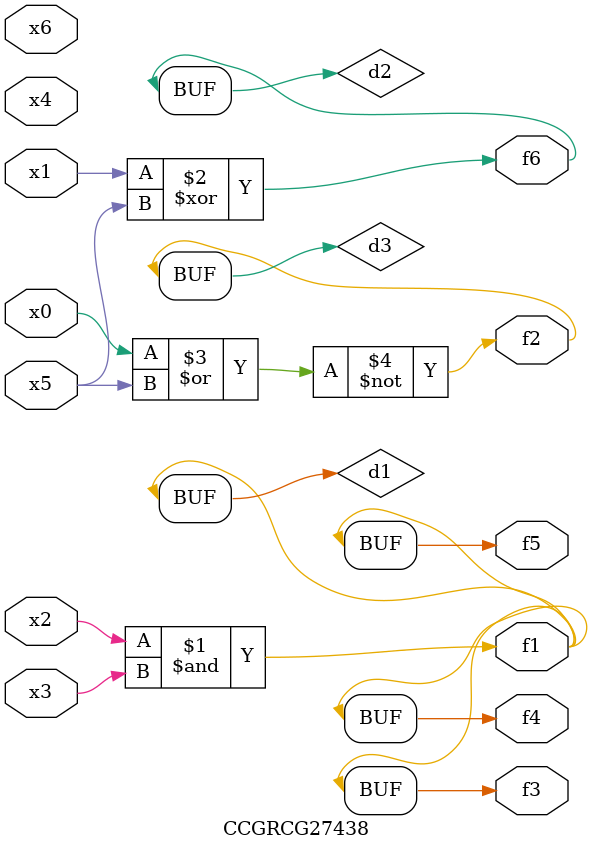
<source format=v>
module CCGRCG27438(
	input x0, x1, x2, x3, x4, x5, x6,
	output f1, f2, f3, f4, f5, f6
);

	wire d1, d2, d3;

	and (d1, x2, x3);
	xor (d2, x1, x5);
	nor (d3, x0, x5);
	assign f1 = d1;
	assign f2 = d3;
	assign f3 = d1;
	assign f4 = d1;
	assign f5 = d1;
	assign f6 = d2;
endmodule

</source>
